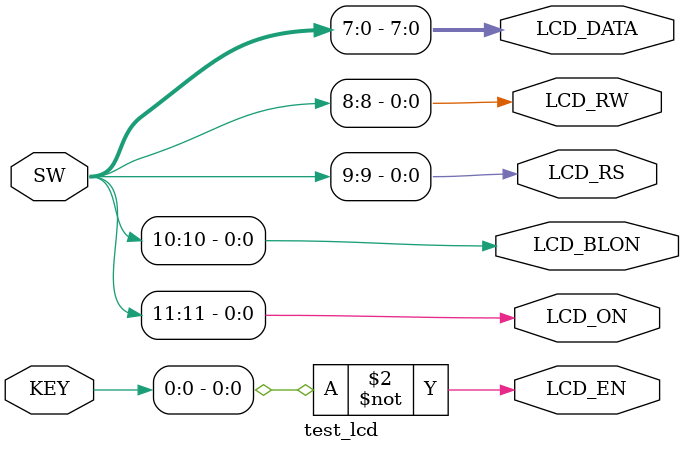
<source format=v>
module test_lcd (
    input  wire[11:0] SW,
    input wire[3:0] KEY,

    output reg LCD_ON,   //power on
    output reg LCD_BLON, //背光on
    output reg LCD_EN,   //lcd使能
    output reg LCD_RS,       //0命令  1数据
    output reg LCD_RW,       //读写选择 0写  1读
    output reg[7:0] LCD_DATA
);
    always @(*) begin
        LCD_ON <= SW[11];
        LCD_BLON <= SW[10];
        LCD_EN <= ~KEY[0];
        LCD_RS <= SW[9];
        LCD_RW <= SW[8];
        LCD_DATA <= SW[7:0];
    end
endmodule
</source>
